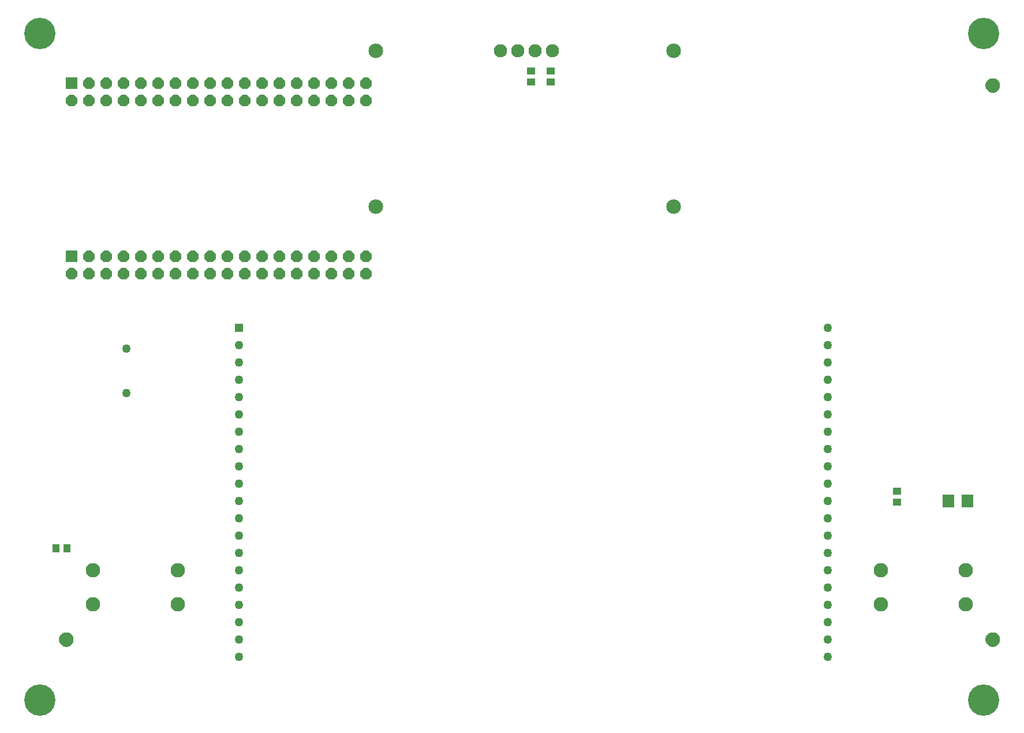
<source format=gbr>
G04 EAGLE Gerber RS-274X export*
G75*
%MOMM*%
%FSLAX34Y34*%
%LPD*%
%INSoldermask Top*%
%IPPOS*%
%AMOC8*
5,1,8,0,0,1.08239X$1,22.5*%
G01*
%ADD10C,2.152400*%
%ADD11C,1.930400*%
%ADD12C,1.272400*%
%ADD13C,0.609600*%
%ADD14C,1.168400*%
%ADD15C,4.597400*%
%ADD16R,1.676400X1.676400*%
%ADD17P,1.814519X8X22.500000*%
%ADD18C,2.112400*%
%ADD19R,1.183641X1.102359*%
%ADD20R,1.102359X1.183641*%
%ADD21R,1.272400X1.272400*%
%ADD22R,1.752400X1.955400*%


D10*
X530860Y774700D03*
X967740Y774700D03*
X530860Y1003300D03*
X967740Y1003300D03*
D11*
X789940Y1003300D03*
X764540Y1003300D03*
X739140Y1003300D03*
X713740Y1003300D03*
D12*
X165100Y500900D03*
X165100Y565900D03*
D13*
X68580Y139700D02*
X68582Y139887D01*
X68589Y140074D01*
X68601Y140261D01*
X68617Y140447D01*
X68637Y140633D01*
X68662Y140818D01*
X68692Y141003D01*
X68726Y141187D01*
X68765Y141370D01*
X68808Y141552D01*
X68856Y141732D01*
X68908Y141912D01*
X68965Y142090D01*
X69025Y142267D01*
X69091Y142442D01*
X69160Y142616D01*
X69234Y142788D01*
X69312Y142958D01*
X69394Y143126D01*
X69480Y143292D01*
X69570Y143456D01*
X69664Y143617D01*
X69762Y143777D01*
X69864Y143933D01*
X69970Y144088D01*
X70080Y144239D01*
X70193Y144388D01*
X70310Y144534D01*
X70430Y144677D01*
X70554Y144817D01*
X70681Y144954D01*
X70812Y145088D01*
X70946Y145219D01*
X71083Y145346D01*
X71223Y145470D01*
X71366Y145590D01*
X71512Y145707D01*
X71661Y145820D01*
X71812Y145930D01*
X71967Y146036D01*
X72123Y146138D01*
X72283Y146236D01*
X72444Y146330D01*
X72608Y146420D01*
X72774Y146506D01*
X72942Y146588D01*
X73112Y146666D01*
X73284Y146740D01*
X73458Y146809D01*
X73633Y146875D01*
X73810Y146935D01*
X73988Y146992D01*
X74168Y147044D01*
X74348Y147092D01*
X74530Y147135D01*
X74713Y147174D01*
X74897Y147208D01*
X75082Y147238D01*
X75267Y147263D01*
X75453Y147283D01*
X75639Y147299D01*
X75826Y147311D01*
X76013Y147318D01*
X76200Y147320D01*
X76387Y147318D01*
X76574Y147311D01*
X76761Y147299D01*
X76947Y147283D01*
X77133Y147263D01*
X77318Y147238D01*
X77503Y147208D01*
X77687Y147174D01*
X77870Y147135D01*
X78052Y147092D01*
X78232Y147044D01*
X78412Y146992D01*
X78590Y146935D01*
X78767Y146875D01*
X78942Y146809D01*
X79116Y146740D01*
X79288Y146666D01*
X79458Y146588D01*
X79626Y146506D01*
X79792Y146420D01*
X79956Y146330D01*
X80117Y146236D01*
X80277Y146138D01*
X80433Y146036D01*
X80588Y145930D01*
X80739Y145820D01*
X80888Y145707D01*
X81034Y145590D01*
X81177Y145470D01*
X81317Y145346D01*
X81454Y145219D01*
X81588Y145088D01*
X81719Y144954D01*
X81846Y144817D01*
X81970Y144677D01*
X82090Y144534D01*
X82207Y144388D01*
X82320Y144239D01*
X82430Y144088D01*
X82536Y143933D01*
X82638Y143777D01*
X82736Y143617D01*
X82830Y143456D01*
X82920Y143292D01*
X83006Y143126D01*
X83088Y142958D01*
X83166Y142788D01*
X83240Y142616D01*
X83309Y142442D01*
X83375Y142267D01*
X83435Y142090D01*
X83492Y141912D01*
X83544Y141732D01*
X83592Y141552D01*
X83635Y141370D01*
X83674Y141187D01*
X83708Y141003D01*
X83738Y140818D01*
X83763Y140633D01*
X83783Y140447D01*
X83799Y140261D01*
X83811Y140074D01*
X83818Y139887D01*
X83820Y139700D01*
X83818Y139513D01*
X83811Y139326D01*
X83799Y139139D01*
X83783Y138953D01*
X83763Y138767D01*
X83738Y138582D01*
X83708Y138397D01*
X83674Y138213D01*
X83635Y138030D01*
X83592Y137848D01*
X83544Y137668D01*
X83492Y137488D01*
X83435Y137310D01*
X83375Y137133D01*
X83309Y136958D01*
X83240Y136784D01*
X83166Y136612D01*
X83088Y136442D01*
X83006Y136274D01*
X82920Y136108D01*
X82830Y135944D01*
X82736Y135783D01*
X82638Y135623D01*
X82536Y135467D01*
X82430Y135312D01*
X82320Y135161D01*
X82207Y135012D01*
X82090Y134866D01*
X81970Y134723D01*
X81846Y134583D01*
X81719Y134446D01*
X81588Y134312D01*
X81454Y134181D01*
X81317Y134054D01*
X81177Y133930D01*
X81034Y133810D01*
X80888Y133693D01*
X80739Y133580D01*
X80588Y133470D01*
X80433Y133364D01*
X80277Y133262D01*
X80117Y133164D01*
X79956Y133070D01*
X79792Y132980D01*
X79626Y132894D01*
X79458Y132812D01*
X79288Y132734D01*
X79116Y132660D01*
X78942Y132591D01*
X78767Y132525D01*
X78590Y132465D01*
X78412Y132408D01*
X78232Y132356D01*
X78052Y132308D01*
X77870Y132265D01*
X77687Y132226D01*
X77503Y132192D01*
X77318Y132162D01*
X77133Y132137D01*
X76947Y132117D01*
X76761Y132101D01*
X76574Y132089D01*
X76387Y132082D01*
X76200Y132080D01*
X76013Y132082D01*
X75826Y132089D01*
X75639Y132101D01*
X75453Y132117D01*
X75267Y132137D01*
X75082Y132162D01*
X74897Y132192D01*
X74713Y132226D01*
X74530Y132265D01*
X74348Y132308D01*
X74168Y132356D01*
X73988Y132408D01*
X73810Y132465D01*
X73633Y132525D01*
X73458Y132591D01*
X73284Y132660D01*
X73112Y132734D01*
X72942Y132812D01*
X72774Y132894D01*
X72608Y132980D01*
X72444Y133070D01*
X72283Y133164D01*
X72123Y133262D01*
X71967Y133364D01*
X71812Y133470D01*
X71661Y133580D01*
X71512Y133693D01*
X71366Y133810D01*
X71223Y133930D01*
X71083Y134054D01*
X70946Y134181D01*
X70812Y134312D01*
X70681Y134446D01*
X70554Y134583D01*
X70430Y134723D01*
X70310Y134866D01*
X70193Y135012D01*
X70080Y135161D01*
X69970Y135312D01*
X69864Y135467D01*
X69762Y135623D01*
X69664Y135783D01*
X69570Y135944D01*
X69480Y136108D01*
X69394Y136274D01*
X69312Y136442D01*
X69234Y136612D01*
X69160Y136784D01*
X69091Y136958D01*
X69025Y137133D01*
X68965Y137310D01*
X68908Y137488D01*
X68856Y137668D01*
X68808Y137848D01*
X68765Y138030D01*
X68726Y138213D01*
X68692Y138397D01*
X68662Y138582D01*
X68637Y138767D01*
X68617Y138953D01*
X68601Y139139D01*
X68589Y139326D01*
X68582Y139513D01*
X68580Y139700D01*
D14*
X76200Y139700D03*
D13*
X1427480Y139700D02*
X1427482Y139887D01*
X1427489Y140074D01*
X1427501Y140261D01*
X1427517Y140447D01*
X1427537Y140633D01*
X1427562Y140818D01*
X1427592Y141003D01*
X1427626Y141187D01*
X1427665Y141370D01*
X1427708Y141552D01*
X1427756Y141732D01*
X1427808Y141912D01*
X1427865Y142090D01*
X1427925Y142267D01*
X1427991Y142442D01*
X1428060Y142616D01*
X1428134Y142788D01*
X1428212Y142958D01*
X1428294Y143126D01*
X1428380Y143292D01*
X1428470Y143456D01*
X1428564Y143617D01*
X1428662Y143777D01*
X1428764Y143933D01*
X1428870Y144088D01*
X1428980Y144239D01*
X1429093Y144388D01*
X1429210Y144534D01*
X1429330Y144677D01*
X1429454Y144817D01*
X1429581Y144954D01*
X1429712Y145088D01*
X1429846Y145219D01*
X1429983Y145346D01*
X1430123Y145470D01*
X1430266Y145590D01*
X1430412Y145707D01*
X1430561Y145820D01*
X1430712Y145930D01*
X1430867Y146036D01*
X1431023Y146138D01*
X1431183Y146236D01*
X1431344Y146330D01*
X1431508Y146420D01*
X1431674Y146506D01*
X1431842Y146588D01*
X1432012Y146666D01*
X1432184Y146740D01*
X1432358Y146809D01*
X1432533Y146875D01*
X1432710Y146935D01*
X1432888Y146992D01*
X1433068Y147044D01*
X1433248Y147092D01*
X1433430Y147135D01*
X1433613Y147174D01*
X1433797Y147208D01*
X1433982Y147238D01*
X1434167Y147263D01*
X1434353Y147283D01*
X1434539Y147299D01*
X1434726Y147311D01*
X1434913Y147318D01*
X1435100Y147320D01*
X1435287Y147318D01*
X1435474Y147311D01*
X1435661Y147299D01*
X1435847Y147283D01*
X1436033Y147263D01*
X1436218Y147238D01*
X1436403Y147208D01*
X1436587Y147174D01*
X1436770Y147135D01*
X1436952Y147092D01*
X1437132Y147044D01*
X1437312Y146992D01*
X1437490Y146935D01*
X1437667Y146875D01*
X1437842Y146809D01*
X1438016Y146740D01*
X1438188Y146666D01*
X1438358Y146588D01*
X1438526Y146506D01*
X1438692Y146420D01*
X1438856Y146330D01*
X1439017Y146236D01*
X1439177Y146138D01*
X1439333Y146036D01*
X1439488Y145930D01*
X1439639Y145820D01*
X1439788Y145707D01*
X1439934Y145590D01*
X1440077Y145470D01*
X1440217Y145346D01*
X1440354Y145219D01*
X1440488Y145088D01*
X1440619Y144954D01*
X1440746Y144817D01*
X1440870Y144677D01*
X1440990Y144534D01*
X1441107Y144388D01*
X1441220Y144239D01*
X1441330Y144088D01*
X1441436Y143933D01*
X1441538Y143777D01*
X1441636Y143617D01*
X1441730Y143456D01*
X1441820Y143292D01*
X1441906Y143126D01*
X1441988Y142958D01*
X1442066Y142788D01*
X1442140Y142616D01*
X1442209Y142442D01*
X1442275Y142267D01*
X1442335Y142090D01*
X1442392Y141912D01*
X1442444Y141732D01*
X1442492Y141552D01*
X1442535Y141370D01*
X1442574Y141187D01*
X1442608Y141003D01*
X1442638Y140818D01*
X1442663Y140633D01*
X1442683Y140447D01*
X1442699Y140261D01*
X1442711Y140074D01*
X1442718Y139887D01*
X1442720Y139700D01*
X1442718Y139513D01*
X1442711Y139326D01*
X1442699Y139139D01*
X1442683Y138953D01*
X1442663Y138767D01*
X1442638Y138582D01*
X1442608Y138397D01*
X1442574Y138213D01*
X1442535Y138030D01*
X1442492Y137848D01*
X1442444Y137668D01*
X1442392Y137488D01*
X1442335Y137310D01*
X1442275Y137133D01*
X1442209Y136958D01*
X1442140Y136784D01*
X1442066Y136612D01*
X1441988Y136442D01*
X1441906Y136274D01*
X1441820Y136108D01*
X1441730Y135944D01*
X1441636Y135783D01*
X1441538Y135623D01*
X1441436Y135467D01*
X1441330Y135312D01*
X1441220Y135161D01*
X1441107Y135012D01*
X1440990Y134866D01*
X1440870Y134723D01*
X1440746Y134583D01*
X1440619Y134446D01*
X1440488Y134312D01*
X1440354Y134181D01*
X1440217Y134054D01*
X1440077Y133930D01*
X1439934Y133810D01*
X1439788Y133693D01*
X1439639Y133580D01*
X1439488Y133470D01*
X1439333Y133364D01*
X1439177Y133262D01*
X1439017Y133164D01*
X1438856Y133070D01*
X1438692Y132980D01*
X1438526Y132894D01*
X1438358Y132812D01*
X1438188Y132734D01*
X1438016Y132660D01*
X1437842Y132591D01*
X1437667Y132525D01*
X1437490Y132465D01*
X1437312Y132408D01*
X1437132Y132356D01*
X1436952Y132308D01*
X1436770Y132265D01*
X1436587Y132226D01*
X1436403Y132192D01*
X1436218Y132162D01*
X1436033Y132137D01*
X1435847Y132117D01*
X1435661Y132101D01*
X1435474Y132089D01*
X1435287Y132082D01*
X1435100Y132080D01*
X1434913Y132082D01*
X1434726Y132089D01*
X1434539Y132101D01*
X1434353Y132117D01*
X1434167Y132137D01*
X1433982Y132162D01*
X1433797Y132192D01*
X1433613Y132226D01*
X1433430Y132265D01*
X1433248Y132308D01*
X1433068Y132356D01*
X1432888Y132408D01*
X1432710Y132465D01*
X1432533Y132525D01*
X1432358Y132591D01*
X1432184Y132660D01*
X1432012Y132734D01*
X1431842Y132812D01*
X1431674Y132894D01*
X1431508Y132980D01*
X1431344Y133070D01*
X1431183Y133164D01*
X1431023Y133262D01*
X1430867Y133364D01*
X1430712Y133470D01*
X1430561Y133580D01*
X1430412Y133693D01*
X1430266Y133810D01*
X1430123Y133930D01*
X1429983Y134054D01*
X1429846Y134181D01*
X1429712Y134312D01*
X1429581Y134446D01*
X1429454Y134583D01*
X1429330Y134723D01*
X1429210Y134866D01*
X1429093Y135012D01*
X1428980Y135161D01*
X1428870Y135312D01*
X1428764Y135467D01*
X1428662Y135623D01*
X1428564Y135783D01*
X1428470Y135944D01*
X1428380Y136108D01*
X1428294Y136274D01*
X1428212Y136442D01*
X1428134Y136612D01*
X1428060Y136784D01*
X1427991Y136958D01*
X1427925Y137133D01*
X1427865Y137310D01*
X1427808Y137488D01*
X1427756Y137668D01*
X1427708Y137848D01*
X1427665Y138030D01*
X1427626Y138213D01*
X1427592Y138397D01*
X1427562Y138582D01*
X1427537Y138767D01*
X1427517Y138953D01*
X1427501Y139139D01*
X1427489Y139326D01*
X1427482Y139513D01*
X1427480Y139700D01*
D14*
X1435100Y139700D03*
D13*
X1427480Y952500D02*
X1427482Y952687D01*
X1427489Y952874D01*
X1427501Y953061D01*
X1427517Y953247D01*
X1427537Y953433D01*
X1427562Y953618D01*
X1427592Y953803D01*
X1427626Y953987D01*
X1427665Y954170D01*
X1427708Y954352D01*
X1427756Y954532D01*
X1427808Y954712D01*
X1427865Y954890D01*
X1427925Y955067D01*
X1427991Y955242D01*
X1428060Y955416D01*
X1428134Y955588D01*
X1428212Y955758D01*
X1428294Y955926D01*
X1428380Y956092D01*
X1428470Y956256D01*
X1428564Y956417D01*
X1428662Y956577D01*
X1428764Y956733D01*
X1428870Y956888D01*
X1428980Y957039D01*
X1429093Y957188D01*
X1429210Y957334D01*
X1429330Y957477D01*
X1429454Y957617D01*
X1429581Y957754D01*
X1429712Y957888D01*
X1429846Y958019D01*
X1429983Y958146D01*
X1430123Y958270D01*
X1430266Y958390D01*
X1430412Y958507D01*
X1430561Y958620D01*
X1430712Y958730D01*
X1430867Y958836D01*
X1431023Y958938D01*
X1431183Y959036D01*
X1431344Y959130D01*
X1431508Y959220D01*
X1431674Y959306D01*
X1431842Y959388D01*
X1432012Y959466D01*
X1432184Y959540D01*
X1432358Y959609D01*
X1432533Y959675D01*
X1432710Y959735D01*
X1432888Y959792D01*
X1433068Y959844D01*
X1433248Y959892D01*
X1433430Y959935D01*
X1433613Y959974D01*
X1433797Y960008D01*
X1433982Y960038D01*
X1434167Y960063D01*
X1434353Y960083D01*
X1434539Y960099D01*
X1434726Y960111D01*
X1434913Y960118D01*
X1435100Y960120D01*
X1435287Y960118D01*
X1435474Y960111D01*
X1435661Y960099D01*
X1435847Y960083D01*
X1436033Y960063D01*
X1436218Y960038D01*
X1436403Y960008D01*
X1436587Y959974D01*
X1436770Y959935D01*
X1436952Y959892D01*
X1437132Y959844D01*
X1437312Y959792D01*
X1437490Y959735D01*
X1437667Y959675D01*
X1437842Y959609D01*
X1438016Y959540D01*
X1438188Y959466D01*
X1438358Y959388D01*
X1438526Y959306D01*
X1438692Y959220D01*
X1438856Y959130D01*
X1439017Y959036D01*
X1439177Y958938D01*
X1439333Y958836D01*
X1439488Y958730D01*
X1439639Y958620D01*
X1439788Y958507D01*
X1439934Y958390D01*
X1440077Y958270D01*
X1440217Y958146D01*
X1440354Y958019D01*
X1440488Y957888D01*
X1440619Y957754D01*
X1440746Y957617D01*
X1440870Y957477D01*
X1440990Y957334D01*
X1441107Y957188D01*
X1441220Y957039D01*
X1441330Y956888D01*
X1441436Y956733D01*
X1441538Y956577D01*
X1441636Y956417D01*
X1441730Y956256D01*
X1441820Y956092D01*
X1441906Y955926D01*
X1441988Y955758D01*
X1442066Y955588D01*
X1442140Y955416D01*
X1442209Y955242D01*
X1442275Y955067D01*
X1442335Y954890D01*
X1442392Y954712D01*
X1442444Y954532D01*
X1442492Y954352D01*
X1442535Y954170D01*
X1442574Y953987D01*
X1442608Y953803D01*
X1442638Y953618D01*
X1442663Y953433D01*
X1442683Y953247D01*
X1442699Y953061D01*
X1442711Y952874D01*
X1442718Y952687D01*
X1442720Y952500D01*
X1442718Y952313D01*
X1442711Y952126D01*
X1442699Y951939D01*
X1442683Y951753D01*
X1442663Y951567D01*
X1442638Y951382D01*
X1442608Y951197D01*
X1442574Y951013D01*
X1442535Y950830D01*
X1442492Y950648D01*
X1442444Y950468D01*
X1442392Y950288D01*
X1442335Y950110D01*
X1442275Y949933D01*
X1442209Y949758D01*
X1442140Y949584D01*
X1442066Y949412D01*
X1441988Y949242D01*
X1441906Y949074D01*
X1441820Y948908D01*
X1441730Y948744D01*
X1441636Y948583D01*
X1441538Y948423D01*
X1441436Y948267D01*
X1441330Y948112D01*
X1441220Y947961D01*
X1441107Y947812D01*
X1440990Y947666D01*
X1440870Y947523D01*
X1440746Y947383D01*
X1440619Y947246D01*
X1440488Y947112D01*
X1440354Y946981D01*
X1440217Y946854D01*
X1440077Y946730D01*
X1439934Y946610D01*
X1439788Y946493D01*
X1439639Y946380D01*
X1439488Y946270D01*
X1439333Y946164D01*
X1439177Y946062D01*
X1439017Y945964D01*
X1438856Y945870D01*
X1438692Y945780D01*
X1438526Y945694D01*
X1438358Y945612D01*
X1438188Y945534D01*
X1438016Y945460D01*
X1437842Y945391D01*
X1437667Y945325D01*
X1437490Y945265D01*
X1437312Y945208D01*
X1437132Y945156D01*
X1436952Y945108D01*
X1436770Y945065D01*
X1436587Y945026D01*
X1436403Y944992D01*
X1436218Y944962D01*
X1436033Y944937D01*
X1435847Y944917D01*
X1435661Y944901D01*
X1435474Y944889D01*
X1435287Y944882D01*
X1435100Y944880D01*
X1434913Y944882D01*
X1434726Y944889D01*
X1434539Y944901D01*
X1434353Y944917D01*
X1434167Y944937D01*
X1433982Y944962D01*
X1433797Y944992D01*
X1433613Y945026D01*
X1433430Y945065D01*
X1433248Y945108D01*
X1433068Y945156D01*
X1432888Y945208D01*
X1432710Y945265D01*
X1432533Y945325D01*
X1432358Y945391D01*
X1432184Y945460D01*
X1432012Y945534D01*
X1431842Y945612D01*
X1431674Y945694D01*
X1431508Y945780D01*
X1431344Y945870D01*
X1431183Y945964D01*
X1431023Y946062D01*
X1430867Y946164D01*
X1430712Y946270D01*
X1430561Y946380D01*
X1430412Y946493D01*
X1430266Y946610D01*
X1430123Y946730D01*
X1429983Y946854D01*
X1429846Y946981D01*
X1429712Y947112D01*
X1429581Y947246D01*
X1429454Y947383D01*
X1429330Y947523D01*
X1429210Y947666D01*
X1429093Y947812D01*
X1428980Y947961D01*
X1428870Y948112D01*
X1428764Y948267D01*
X1428662Y948423D01*
X1428564Y948583D01*
X1428470Y948744D01*
X1428380Y948908D01*
X1428294Y949074D01*
X1428212Y949242D01*
X1428134Y949412D01*
X1428060Y949584D01*
X1427991Y949758D01*
X1427925Y949933D01*
X1427865Y950110D01*
X1427808Y950288D01*
X1427756Y950468D01*
X1427708Y950648D01*
X1427665Y950830D01*
X1427626Y951013D01*
X1427592Y951197D01*
X1427562Y951382D01*
X1427537Y951567D01*
X1427517Y951753D01*
X1427501Y951939D01*
X1427489Y952126D01*
X1427482Y952313D01*
X1427480Y952500D01*
D14*
X1435100Y952500D03*
D15*
X38100Y50800D03*
X38100Y1028700D03*
X1422400Y1028700D03*
X1422400Y50800D03*
D16*
X84500Y955300D03*
D17*
X84500Y929900D03*
X109900Y955300D03*
X109900Y929900D03*
X135300Y955300D03*
X135300Y929900D03*
X160700Y955300D03*
X160700Y929900D03*
X186100Y955300D03*
X186100Y929900D03*
X211500Y955300D03*
X211500Y929900D03*
X236900Y955300D03*
X236900Y929900D03*
X262300Y955300D03*
X262300Y929900D03*
X287700Y955300D03*
X287700Y929900D03*
X313100Y955300D03*
X313100Y929900D03*
X338500Y955300D03*
X338500Y929900D03*
X363900Y955300D03*
X363900Y929900D03*
X389300Y955300D03*
X389300Y929900D03*
X414700Y955300D03*
X414700Y929900D03*
X440100Y955300D03*
X440100Y929900D03*
X465500Y955300D03*
X465500Y929900D03*
X490900Y955300D03*
X490900Y929900D03*
X516300Y955300D03*
X516300Y929900D03*
D16*
X84500Y701300D03*
D17*
X84500Y675900D03*
X109900Y701300D03*
X109900Y675900D03*
X135300Y701300D03*
X135300Y675900D03*
X160700Y701300D03*
X160700Y675900D03*
X186100Y701300D03*
X186100Y675900D03*
X211500Y701300D03*
X211500Y675900D03*
X236900Y701300D03*
X236900Y675900D03*
X262300Y701300D03*
X262300Y675900D03*
X287700Y701300D03*
X287700Y675900D03*
X313100Y701300D03*
X313100Y675900D03*
X338500Y701300D03*
X338500Y675900D03*
X363900Y701300D03*
X363900Y675900D03*
X389300Y701300D03*
X389300Y675900D03*
X414700Y701300D03*
X414700Y675900D03*
X440100Y701300D03*
X440100Y675900D03*
X465500Y701300D03*
X465500Y675900D03*
X490900Y701300D03*
X490900Y675900D03*
X516300Y701300D03*
X516300Y675900D03*
D18*
X240300Y240900D03*
X240300Y190900D03*
X115300Y190900D03*
X115300Y240900D03*
X1396000Y240900D03*
X1396000Y190900D03*
X1271000Y190900D03*
X1271000Y240900D03*
D19*
X787400Y973201D03*
X787400Y957199D03*
X758190Y973201D03*
X758190Y957199D03*
D20*
X77851Y273050D03*
X61849Y273050D03*
D19*
X1295400Y341249D03*
X1295400Y357251D03*
D21*
X330200Y596900D03*
D12*
X330200Y571500D03*
X330200Y546100D03*
X330200Y520700D03*
X330200Y495300D03*
X330200Y469900D03*
X330200Y444500D03*
X330200Y419100D03*
X330200Y393700D03*
X330200Y368300D03*
X330200Y342900D03*
X330200Y317500D03*
X330200Y292100D03*
X330200Y266700D03*
X330200Y241300D03*
X330200Y215900D03*
X330200Y190500D03*
X330200Y165100D03*
X330200Y139700D03*
X330200Y114300D03*
X1193800Y596900D03*
X1193800Y571500D03*
X1193800Y546100D03*
X1193800Y520700D03*
X1193800Y495300D03*
X1193800Y469900D03*
X1193800Y444500D03*
X1193800Y419100D03*
X1193800Y393700D03*
X1193800Y368300D03*
X1193800Y342900D03*
X1193800Y317500D03*
X1193800Y292100D03*
X1193800Y266700D03*
X1193800Y241300D03*
X1193800Y215900D03*
X1193800Y190500D03*
X1193800Y165100D03*
X1193800Y139700D03*
X1193800Y114300D03*
D22*
X1370080Y342900D03*
X1398520Y342900D03*
M02*

</source>
